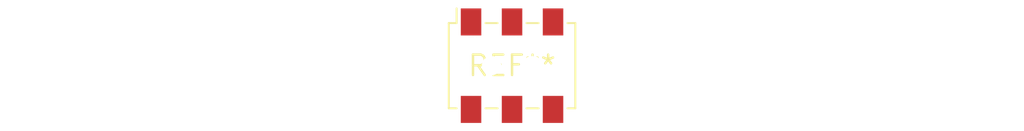
<source format=kicad_pcb>
(kicad_pcb (version 20240108) (generator pcbnew)
  (layers (0 "F.Cu" signal) (31 "B.Cu" signal) (34 "B.Paste" user) (35 "F.Paste" user) (36 "B.SilkS" user "B.Silkscreen") (37 "F.SilkS" user "F.Silkscreen") (38 "B.Mask" user) (39 "F.Mask" user) (44 "Edge.Cuts" user))
  (net 0 "")
  (footprint "Samtec_HLE-103-02-xxx-DV-BE-LC_2x03_P2.54mm_Horizontal" (layer "F.Cu") (at 0 0)
    (property "Reference" "REF**")
    (property "Value" "Samtec_HLE-103-02-xxx-DV-BE-LC_2x03_P2.54mm_Horizontal")
    (fp_line (start -3.92 -2.65) (end -3.92 2.65) (layer "F.SilkS") (stroke (width 0.12)))
    (fp_line (start -3.92 2.65) (end -3.435 2.65) (layer "F.SilkS") (stroke (width 0.12)))
    (fp_line (start -3.435 -3.56) (end -3.435 -2.65) (layer "F.SilkS") (stroke (width 0.12)))
    (fp_line (start -3.435 -2.65) (end -3.92 -2.65) (layer "F.SilkS") (stroke (width 0.12)))
    (fp_line (start -1.645 -2.65) (end -0.895 -2.65) (layer "F.SilkS") (stroke (width 0.12)))
    (fp_line (start -1.645 2.65) (end -0.895 2.65) (layer "F.SilkS") (stroke (width 0.12)))
    (fp_line (start 0.895 -2.65) (end 1.645 -2.65) (layer "F.SilkS") (stroke (width 0.12)))
    (fp_line (start 0.895 2.65) (end 1.645 2.65) (layer "F.SilkS") (stroke (width 0.12)))
    (fp_line (start 3.435 -2.65) (end 3.92 -2.65) (layer "F.SilkS") (stroke (width 0.12)))
    (fp_line (start 3.92 -2.65) (end 3.92 2.65) (layer "F.SilkS") (stroke (width 0.12)))
    (fp_line (start 3.92 2.65) (end 3.435 2.65) (layer "F.SilkS") (stroke (width 0.12)))
    (pad "" np_thru_hole circle (at -2.54 -1.27) (size 0.97 0.97) (drill 0.97) (layers *.Cu *.Mask))
    (pad "" np_thru_hole circle (at -2.54 1.27) (size 0.97 0.97) (drill 0.97) (layers *.Cu *.Mask))
    (pad "" np_thru_hole circle (at -1.27 0) (size 1.19 1.19) (drill 1.19) (layers *.Cu *.Mask))
    (pad "" np_thru_hole circle (at 0 -1.27) (size 0.97 0.97) (drill 0.97) (layers *.Cu *.Mask))
    (pad "" np_thru_hole circle (at 0 1.27) (size 0.97 0.97) (drill 0.97) (layers *.Cu *.Mask))
    (pad "" np_thru_hole circle (at 1.27 0) (size 1.19 1.19) (drill 1.19) (layers *.Cu *.Mask))
    (pad "" np_thru_hole circle (at 2.54 -1.27) (size 0.97 0.97) (drill 0.97) (layers *.Cu *.Mask))
    (pad "" np_thru_hole circle (at 2.54 1.27) (size 0.97 0.97) (drill 0.97) (layers *.Cu *.Mask))
    (pad "1" smd rect (at -2.54 -2.72) (size 1.27 1.68) (layers "F.Cu" "F.Paste" "F.Mask"))
    (pad "2" smd rect (at -2.54 2.72) (size 1.27 1.68) (layers "F.Cu" "F.Paste" "F.Mask"))
    (pad "3" smd rect (at 0 -2.72) (size 1.27 1.68) (layers "F.Cu" "F.Paste" "F.Mask"))
    (pad "4" smd rect (at 0 2.72) (size 1.27 1.68) (layers "F.Cu" "F.Paste" "F.Mask"))
    (pad "5" smd rect (at 2.54 -2.72) (size 1.27 1.68) (layers "F.Cu" "F.Paste" "F.Mask"))
    (pad "6" smd rect (at 2.54 2.72) (size 1.27 1.68) (layers "F.Cu" "F.Paste" "F.Mask"))
  )
)
</source>
